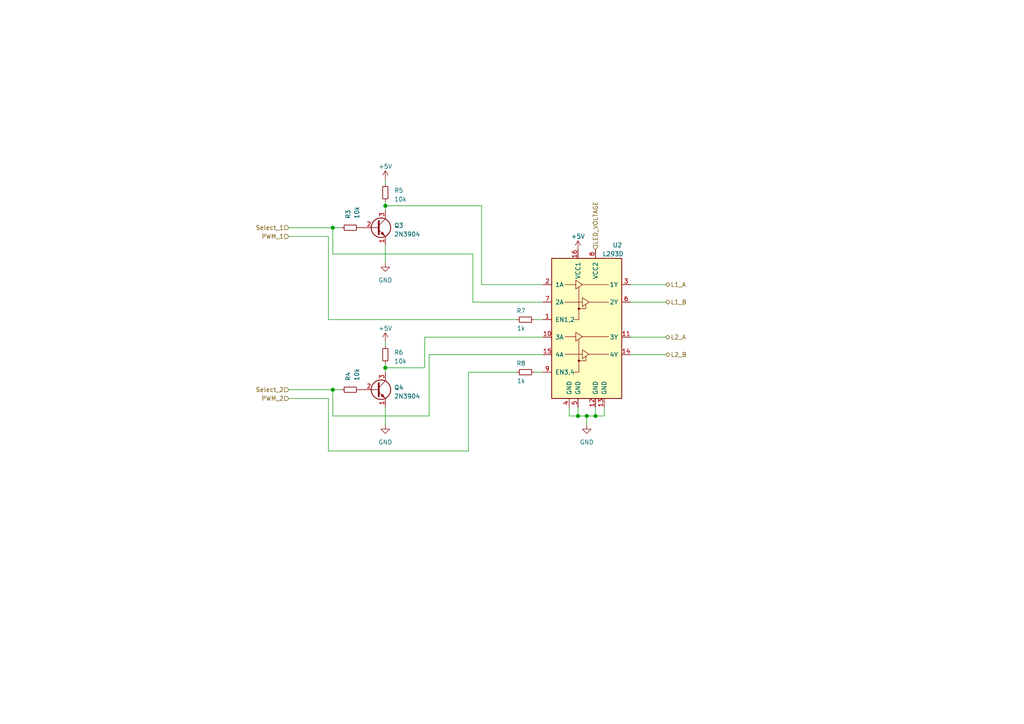
<source format=kicad_sch>
(kicad_sch (version 20210621) (generator eeschema)
  (paper "A4")
  (lib_symbols
    (symbol "Device:R_Small" (pin_numbers hide) (pin_names (offset 0.254) hide)
      (property "Reference" "R" (at 0.762 0.508 0))
      (property "Value" "R_Small" (at 0.762 -1.016 0))
      (symbol "R_Small_0_1"
        (rectangle (start -0.762 1.778) (end 0.762 -1.778) (stroke (width 0.2032)))
      )
      (symbol "R_Small_1_1"
        (pin passive line (at 0 2.54 270) (length 0.762) (name "~") (number "1"))
        (pin passive line (at 0 -2.54 90) (length 0.762) (name "~") (number "2"))
      )
    )
    (symbol "Driver_Motor:L293" (pin_names (offset 1.016))
      (property "Reference" "U" (at -5.08 26.035 0))
      (property "Value" "L293" (at -5.08 24.13 0))
      (symbol "L293_0_1"
        (circle (center -2.286 -6.858) (radius 0.254) (fill (type outline)))
        (circle (center -2.286 8.255) (radius 0.254) (fill (type outline)))
        (rectangle (start -10.16 22.86) (end 10.16 -17.78) (stroke (width 0.254)) (fill (type background)))
        (polyline (pts (xy -6.35 -4.953) (xy -1.27 -4.953)))
        (polyline (pts (xy -6.35 0.127) (xy -3.175 0.127)))
        (polyline (pts (xy -6.35 10.16) (xy -1.27 10.16)))
        (polyline (pts (xy -6.35 15.24) (xy -3.175 15.24)))
        (polyline (pts (xy -1.27 0.127) (xy 6.35 0.127)))
        (polyline (pts (xy -1.27 15.24) (xy 6.35 15.24)))
        (polyline (pts (xy 0.635 -4.953) (xy 6.35 -4.953)))
        (polyline (pts (xy 0.635 10.16) (xy 6.35 10.16)))
        (polyline (pts (xy -2.286 -6.858) (xy -0.254 -6.858) (xy -0.254 -5.588)))
        (polyline (pts (xy -2.286 -0.635) (xy -2.286 -10.16) (xy -3.556 -10.16)))
        (polyline (pts (xy -2.286 8.255) (xy -0.254 8.255) (xy -0.254 9.525)))
        (polyline (pts (xy -2.286 14.478) (xy -2.286 5.08) (xy -3.556 5.08)))
        (polyline (pts (xy -3.175 1.397) (xy -3.175 -1.143) (xy -1.27 0.127) (xy -3.175 1.397)))
        (polyline (pts (xy -3.175 16.51) (xy -3.175 13.97) (xy -1.27 15.24) (xy -3.175 16.51)))
        (polyline (pts (xy -1.27 -3.683) (xy -1.27 -6.223) (xy 0.635 -4.953) (xy -1.27 -3.683)))
        (polyline (pts (xy -1.27 11.43) (xy -1.27 8.89) (xy 0.635 10.16) (xy -1.27 11.43)))
      )
      (symbol "L293_1_1"
        (pin input line (at -12.7 5.08 0) (length 2.54) (name "EN1,2") (number "1"))
        (pin input line (at -12.7 0 0) (length 2.54) (name "3A") (number "10"))
        (pin output line (at 12.7 0 180) (length 2.54) (name "3Y") (number "11"))
        (pin power_in line (at 2.54 -20.32 90) (length 2.54) (name "GND") (number "12"))
        (pin power_in line (at 5.08 -20.32 90) (length 2.54) (name "GND") (number "13"))
        (pin output line (at 12.7 -5.08 180) (length 2.54) (name "4Y") (number "14"))
        (pin input line (at -12.7 -5.08 0) (length 2.54) (name "4A") (number "15"))
        (pin power_in line (at -2.54 25.4 270) (length 2.54) (name "VCC1") (number "16"))
        (pin input line (at -12.7 15.24 0) (length 2.54) (name "1A") (number "2"))
        (pin output line (at 12.7 15.24 180) (length 2.54) (name "1Y") (number "3"))
        (pin power_in line (at -5.08 -20.32 90) (length 2.54) (name "GND") (number "4"))
        (pin power_in line (at -2.54 -20.32 90) (length 2.54) (name "GND") (number "5"))
        (pin output line (at 12.7 10.16 180) (length 2.54) (name "2Y") (number "6"))
        (pin input line (at -12.7 10.16 0) (length 2.54) (name "2A") (number "7"))
        (pin power_in line (at 2.54 25.4 270) (length 2.54) (name "VCC2") (number "8"))
        (pin input line (at -12.7 -10.16 0) (length 2.54) (name "EN3,4") (number "9"))
      )
    )
    (symbol "Transistor_BJT:2N3904" (pin_names (offset 0) hide)
      (property "Reference" "Q" (at 5.08 1.905 0))
      (property "Value" "2N3904" (at 5.08 0 0))
      (symbol "2N3904_0_1"
        (circle (center 1.27 0) (radius 2.8194) (stroke (width 0.254)))
        (polyline (pts (xy 0.635 0.635) (xy 2.54 2.54)))
        (polyline (pts (xy 0.635 -0.635) (xy 2.54 -2.54) (xy 2.54 -2.54)))
        (polyline (pts (xy 0.635 1.905) (xy 0.635 -1.905) (xy 0.635 -1.905)) (stroke (width 0.508)))
        (polyline (pts (xy 1.27 -1.778) (xy 1.778 -1.27) (xy 2.286 -2.286) (xy 1.27 -1.778) (xy 1.27 -1.778)) (fill (type outline)))
      )
      (symbol "2N3904_1_1"
        (pin passive line (at 2.54 -5.08 90) (length 2.54) (name "E") (number "1"))
        (pin passive line (at -5.08 0 0) (length 5.715) (name "B") (number "2"))
        (pin passive line (at 2.54 5.08 270) (length 2.54) (name "C") (number "3"))
      )
    )
    (symbol "power:+5V" (power) (pin_names (offset 0))
      (property "Value" "+5V" (at 0 3.556 0))
      (symbol "+5V_0_1"
        (polyline (pts (xy -0.762 1.27) (xy 0 2.54)))
        (polyline (pts (xy 0 0) (xy 0 2.54)))
        (polyline (pts (xy 0 2.54) (xy 0.762 1.27)))
      )
      (symbol "+5V_1_1"
        (pin power_in line (at 0 0 90) (length 0) hide (name "+5V") (number "1"))
      )
    )
    (symbol "power:GND" (power) (pin_names (offset 0))
      (property "Value" "GND" (at 0 -3.81 0))
      (symbol "GND_0_1"
        (polyline (pts (xy 0 0) (xy 0 -1.27) (xy 1.27 -1.27) (xy 0 -2.54) (xy -1.27 -1.27) (xy 0 -1.27)))
      )
      (symbol "GND_1_1"
        (pin power_in line (at 0 0 270) (length 0) hide (name "GND") (number "1"))
      )
    )
  )
  (junction (at 96.52 66.04) (diameter 1.016))
  (junction (at 96.52 113.03) (diameter 1.016))
  (junction (at 111.76 59.69) (diameter 1.016))
  (junction (at 111.76 106.68) (diameter 1.016))
  (junction (at 167.64 120.65) (diameter 1.016))
  (junction (at 170.18 120.65) (diameter 1.016))
  (junction (at 172.72 120.65) (diameter 1.016))
  (wire (pts (xy 83.82 66.04) (xy 96.52 66.04)))
  (wire (pts (xy 83.82 68.58) (xy 95.25 68.58)))
  (wire (pts (xy 83.82 113.03) (xy 96.52 113.03)))
  (wire (pts (xy 83.82 115.57) (xy 95.25 115.57)))
  (wire (pts (xy 95.25 68.58) (xy 95.25 92.71)))
  (wire (pts (xy 95.25 92.71) (xy 149.86 92.71)))
  (wire (pts (xy 95.25 115.57) (xy 95.25 130.81)))
  (wire (pts (xy 95.25 130.81) (xy 135.89 130.81)))
  (wire (pts (xy 96.52 66.04) (xy 99.06 66.04)))
  (wire (pts (xy 96.52 73.66) (xy 96.52 66.04)))
  (wire (pts (xy 96.52 73.66) (xy 137.16 73.66)))
  (wire (pts (xy 96.52 113.03) (xy 99.06 113.03)))
  (wire (pts (xy 96.52 120.65) (xy 96.52 113.03)))
  (wire (pts (xy 96.52 120.65) (xy 124.46 120.65)))
  (wire (pts (xy 111.76 52.07) (xy 111.76 53.34)))
  (wire (pts (xy 111.76 58.42) (xy 111.76 59.69)))
  (wire (pts (xy 111.76 59.69) (xy 111.76 60.96)))
  (wire (pts (xy 111.76 59.69) (xy 139.7 59.69)))
  (wire (pts (xy 111.76 71.12) (xy 111.76 76.2)))
  (wire (pts (xy 111.76 99.06) (xy 111.76 100.33)))
  (wire (pts (xy 111.76 105.41) (xy 111.76 106.68)))
  (wire (pts (xy 111.76 106.68) (xy 111.76 107.95)))
  (wire (pts (xy 111.76 106.68) (xy 123.19 106.68)))
  (wire (pts (xy 111.76 118.11) (xy 111.76 123.19)))
  (wire (pts (xy 123.19 97.79) (xy 157.48 97.79)))
  (wire (pts (xy 123.19 106.68) (xy 123.19 97.79)))
  (wire (pts (xy 124.46 102.87) (xy 157.48 102.87)))
  (wire (pts (xy 124.46 120.65) (xy 124.46 102.87)))
  (wire (pts (xy 135.89 107.95) (xy 149.86 107.95)))
  (wire (pts (xy 135.89 130.81) (xy 135.89 107.95)))
  (wire (pts (xy 137.16 73.66) (xy 137.16 87.63)))
  (wire (pts (xy 137.16 87.63) (xy 157.48 87.63)))
  (wire (pts (xy 139.7 59.69) (xy 139.7 82.55)))
  (wire (pts (xy 139.7 82.55) (xy 157.48 82.55)))
  (wire (pts (xy 154.94 92.71) (xy 157.48 92.71)))
  (wire (pts (xy 154.94 107.95) (xy 157.48 107.95)))
  (wire (pts (xy 165.1 118.11) (xy 165.1 120.65)))
  (wire (pts (xy 165.1 120.65) (xy 167.64 120.65)))
  (wire (pts (xy 167.64 118.11) (xy 167.64 120.65)))
  (wire (pts (xy 167.64 120.65) (xy 170.18 120.65)))
  (wire (pts (xy 170.18 120.65) (xy 170.18 123.19)))
  (wire (pts (xy 170.18 120.65) (xy 172.72 120.65)))
  (wire (pts (xy 172.72 118.11) (xy 172.72 120.65)))
  (wire (pts (xy 172.72 120.65) (xy 175.26 120.65)))
  (wire (pts (xy 175.26 118.11) (xy 175.26 120.65)))
  (wire (pts (xy 182.88 82.55) (xy 193.04 82.55)))
  (wire (pts (xy 182.88 87.63) (xy 193.04 87.63)))
  (wire (pts (xy 182.88 97.79) (xy 193.04 97.79)))
  (wire (pts (xy 182.88 102.87) (xy 193.04 102.87)))
  (hierarchical_label "Select_1" (shape input) (at 83.82 66.04 180))
  (hierarchical_label "PWM_1" (shape input) (at 83.82 68.58 180))
  (hierarchical_label "Select_2" (shape input) (at 83.82 113.03 180))
  (hierarchical_label "PWM_2" (shape input) (at 83.82 115.57 180))
  (hierarchical_label "LED_VOLTAGE" (shape input) (at 172.72 72.39 90))
  (hierarchical_label "L1_A" (shape bidirectional) (at 193.04 82.55 0))
  (hierarchical_label "L1_B" (shape bidirectional) (at 193.04 87.63 0))
  (hierarchical_label "L2_A" (shape bidirectional) (at 193.04 97.79 0))
  (hierarchical_label "L2_B" (shape bidirectional) (at 193.04 102.87 0))
  (symbol (lib_id "power:+5V") (at 111.76 52.07 0)
    (property "Reference" "#PWR07" (effects hide))
    (property "Value" "+5V" (at 111.76 48.26 0))
  )
  (symbol (lib_id "power:+5V") (at 111.76 99.06 0)
    (property "Reference" "#PWR09" (effects hide))
    (property "Value" "+5V" (at 111.76 95.25 0))
  )
  (symbol (lib_id "power:+5V") (at 167.64 72.39 0)
    (property "Reference" "#PWR011" (effects hide))
    (property "Value" "+5V" (at 167.64 68.58 0))
  )
  (symbol (lib_id "power:GND") (at 111.76 76.2 0)
    (property "Reference" "#PWR08" (effects hide))
    (property "Value" "GND" (at 111.76 81.28 0))
  )
  (symbol (lib_id "power:GND") (at 111.76 123.19 0)
    (property "Reference" "#PWR010" (effects hide))
    (property "Value" "GND" (at 111.76 128.27 0))
  )
  (symbol (lib_id "power:GND") (at 170.18 123.19 0)
    (property "Reference" "#PWR012" (effects hide))
    (property "Value" "GND" (at 170.18 128.27 0))
  )
  (symbol (lib_id "Device:R_Small") (at 101.6 66.04 90)
    (property "Reference" "R3" (at 100.9649 63.5 0) (effects (justify left)))
    (property "Value" "10k" (at 103.5049 63.5 0) (effects (justify left)))
    (property "Footprint" "Resistor_THT:R_Axial_DIN0204_L3.6mm_D1.6mm_P5.08mm_Horizontal" (effects hide))
  )
  (symbol (lib_id "Device:R_Small") (at 101.6 113.03 90)
    (property "Reference" "R4" (at 100.9649 110.49 0) (effects (justify left)))
    (property "Value" "10k" (at 103.5049 110.49 0) (effects (justify left)))
    (property "Footprint" "Resistor_THT:R_Axial_DIN0204_L3.6mm_D1.6mm_P5.08mm_Horizontal" (effects hide))
  )
  (symbol (lib_id "Device:R_Small") (at 111.76 55.88 0)
    (property "Reference" "R5" (at 114.3 55.2449 0) (effects (justify left)))
    (property "Value" "10k" (at 114.3 57.7849 0) (effects (justify left)))
    (property "Footprint" "Resistor_THT:R_Axial_DIN0204_L3.6mm_D1.6mm_P5.08mm_Horizontal" (effects hide))
  )
  (symbol (lib_id "Device:R_Small") (at 111.76 102.87 0)
    (property "Reference" "R6" (at 114.3 102.2349 0) (effects (justify left)))
    (property "Value" "10k" (at 114.3 104.7749 0) (effects (justify left)))
    (property "Footprint" "Resistor_THT:R_Axial_DIN0204_L3.6mm_D1.6mm_P5.08mm_Horizontal" (effects hide))
  )
  (symbol (lib_id "Device:R_Small") (at 152.4 92.71 90) (mirror x)
    (property "Reference" "R7" (at 151.13 90.17 90))
    (property "Value" "1k" (at 151.13 95.25 90))
    (property "Footprint" "Resistor_THT:R_Axial_DIN0204_L3.6mm_D1.6mm_P5.08mm_Horizontal" (effects hide))
  )
  (symbol (lib_id "Device:R_Small") (at 152.4 107.95 90) (mirror x)
    (property "Reference" "R8" (at 151.13 105.41 90))
    (property "Value" "1k" (at 151.13 110.49 90))
    (property "Footprint" "Resistor_THT:R_Axial_DIN0204_L3.6mm_D1.6mm_P5.08mm_Horizontal" (effects hide))
  )
  (symbol (lib_id "Transistor_BJT:2N3904") (at 109.22 66.04 0)
    (property "Reference" "Q3" (at 114.3 65.4049 0) (effects (justify left)))
    (property "Value" "2N3904" (at 114.3 67.9449 0) (effects (justify left)))
    (property "Footprint" "Package_TO_SOT_THT:TO-92_Inline" (effects hide))
    (property "Datasheet" "https://www.onsemi.com/pub/Collateral/2N3903-D.PDF" (effects hide))
  )
  (symbol (lib_id "Transistor_BJT:2N3904") (at 109.22 113.03 0)
    (property "Reference" "Q4" (at 114.3 112.3949 0) (effects (justify left)))
    (property "Value" "2N3904" (at 114.3 114.9349 0) (effects (justify left)))
    (property "Footprint" "Package_TO_SOT_THT:TO-92_Inline" (effects hide))
    (property "Datasheet" "https://www.onsemi.com/pub/Collateral/2N3903-D.PDF" (effects hide))
  )
  (symbol (lib_id "Driver_Motor:L293") (at 170.18 97.79 0)
    (property "Reference" "U2" (at 179.07 71.12 0))
    (property "Value" "L293D" (at 177.8 73.66 0))
    (property "Footprint" "Package_DIP:DIP-16_W7.62mm" (effects hide))
    (property "Datasheet" "http://www.ti.com/lit/ds/symlink/l293.pdf" (effects hide))
  )
)
</source>
